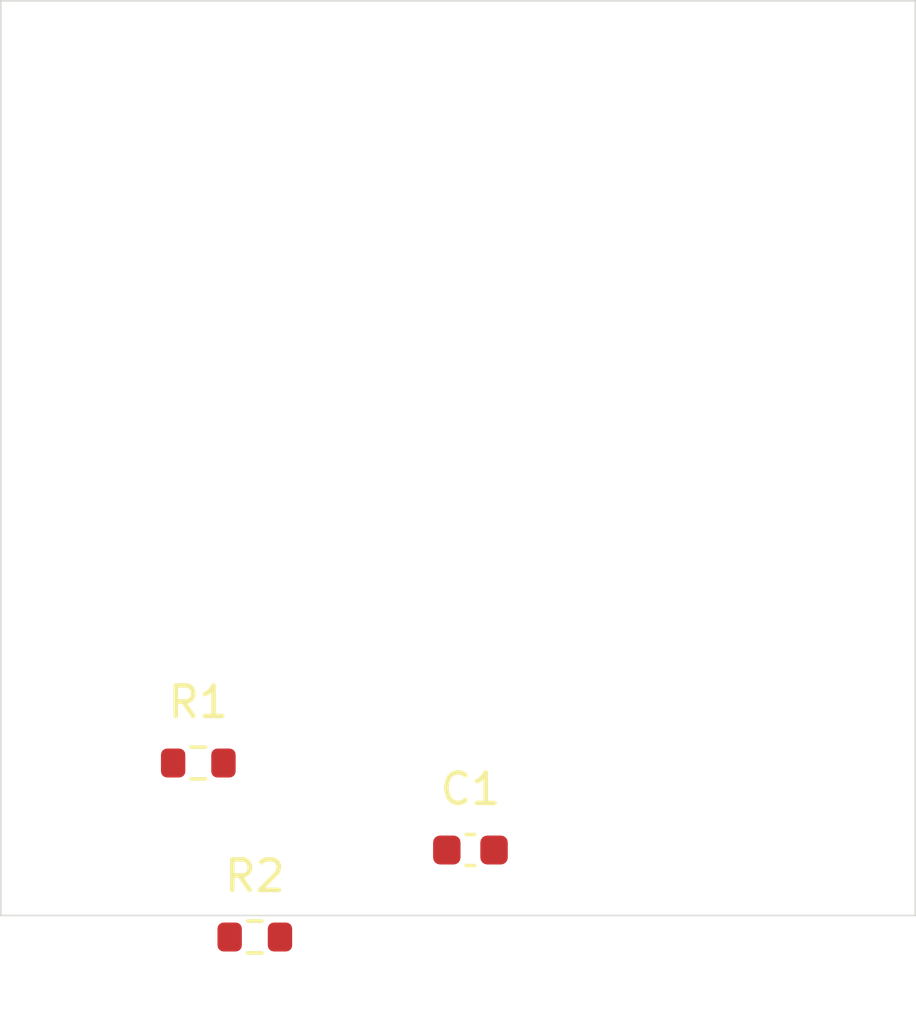
<source format=kicad_pcb>
(kicad_pcb (version 20241229) (generator "pcbnew") (generator_version "9.0")
  (layers (0 "F.Cu" signal) (2 "B.Cu" signal) (13 "F.Paste" user) (15 "B.Paste" user) (5 "F.SilkS" user "F.Silkscreen") (7 "B.SilkS" user "B.Silkscreen") (1 "F.Mask" user) (3 "B.Mask" user) (25 "Edge.Cuts" user))
  (net 0 "")
  (net 1 "GND")
  (net 2 "SIGNAL")
  (net 3 "VCC")
  (footprint "Resistor_SMD:R_0603_1608Metric" (layer "F.Cu") (at 6.479999999999997 25.0)
    (property "Reference" "R1" (at 0 -2 0) (layer "F.SilkS") (effects (font (size 1.0 1.0))))
    (property "Value" "10k")
    (fp_line (start -0.237258 -0.5225) (end 0.237258 -0.5225) (stroke (width 0.12)) (layer "F.SilkS"))
    (fp_line (start -0.237258 0.5225) (end 0.237258 0.5225) (stroke (width 0.12)) (layer "F.SilkS"))
    (pad "1" smd roundrect (at -0.825 0.0) (size 0.8 0.95) (layers "F.Cu" "F.Mask" "F.Paste") (net 3 "VCC"))
    (pad "2" smd roundrect (at 0.825 0.0) (size 0.8 0.95) (layers "F.Cu" "F.Mask" "F.Paste") (net 2 "SIGNAL"))
  )
  (footprint "Resistor_SMD:R_0603_1608Metric" (layer "F.Cu") (at 8.334101966249682 30.706339097770922)
    (property "Reference" "R2" (at 0 -2 0) (layer "F.SilkS") (effects (font (size 1.0 1.0))))
    (property "Value" "1k")
    (fp_line (start -0.237258 -0.5225) (end 0.237258 -0.5225) (stroke (width 0.12)) (layer "F.SilkS"))
    (fp_line (start -0.237258 0.5225) (end 0.237258 0.5225) (stroke (width 0.12)) (layer "F.SilkS"))
    (pad "1" smd roundrect (at -0.825 0.0) (size 0.8 0.95) (layers "F.Cu" "F.Mask" "F.Paste") (net 2 "SIGNAL"))
    (pad "2" smd roundrect (at 0.825 0.0) (size 0.8 0.95) (layers "F.Cu" "F.Mask" "F.Paste") (net 1 "GND"))
  )
  (footprint "Capacitor_SMD:C_0603_1608Metric" (layer "F.Cu") (at 15.40705098312484 27.85316954888546)
    (property "Reference" "C1" (at 0 -2 0) (layer "F.SilkS") (effects (font (size 1.0 1.0))))
    (property "Value" "100nF")
    (fp_line (start -0.14058 -0.51) (end 0.14058 -0.51) (stroke (width 0.12)) (layer "F.SilkS"))
    (fp_line (start -0.14058 0.51) (end 0.14058 0.51) (stroke (width 0.12)) (layer "F.SilkS"))
    (pad "1" smd roundrect (at -0.775 0.0) (size 0.9 0.95) (layers "F.Cu" "F.Mask" "F.Paste") (net 2 "SIGNAL"))
    (pad "2" smd roundrect (at 0.775 0.0) (size 0.9 0.95) (layers "F.Cu" "F.Mask" "F.Paste") (net 1 "GND"))
  )
  (gr_rect (start 0 0) (end 30.0 30.0) (stroke (width 0.05)) (fill no) (layer "Edge.Cuts"))
)
</source>
